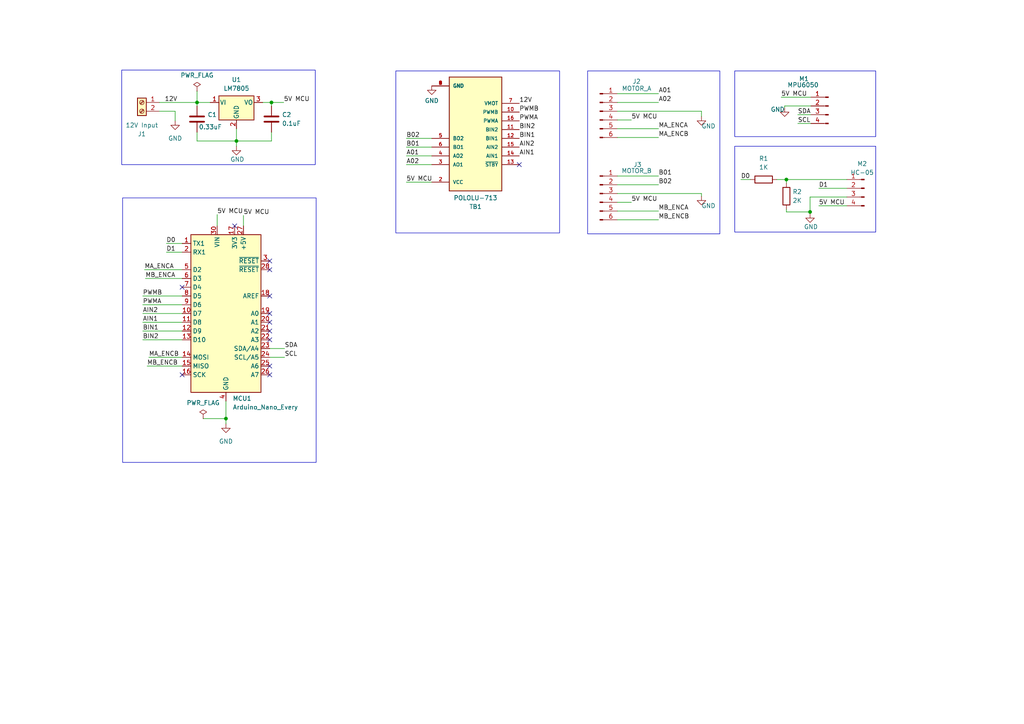
<source format=kicad_sch>
(kicad_sch (version 20230121) (generator eeschema)
  (paper "A4")
  (lib_symbols
    (symbol "Connector:Conn_01x04_Pin" (pin_names (offset 1.016) hide)
      (property "Reference" "J" (at 0 5.08 0))
      (property "Value" "Conn_01x04_Pin" (at 0 -7.62 0))
      (symbol "Conn_01x04_Pin_1_1"
        (polyline (pts (xy 1.27 -5.08) (xy 0.8636 -5.08)) (stroke (width 0.1524)))
        (polyline (pts (xy 1.27 -2.54) (xy 0.8636 -2.54)) (stroke (width 0.1524)))
        (polyline (pts (xy 1.27 0) (xy 0.8636 0)) (stroke (width 0.1524)))
        (polyline (pts (xy 1.27 2.54) (xy 0.8636 2.54)) (stroke (width 0.1524)))
        (rectangle (start 0.8636 -4.953) (end 0 -5.207) (stroke (width 0.1524)) (fill (type outline)))
        (rectangle (start 0.8636 -2.413) (end 0 -2.667) (stroke (width 0.1524)) (fill (type outline)))
        (rectangle (start 0.8636 0.127) (end 0 -0.127) (stroke (width 0.1524)) (fill (type outline)))
        (rectangle (start 0.8636 2.667) (end 0 2.413) (stroke (width 0.1524)) (fill (type outline)))
        (pin passive line (at 5.08 2.54 180) (length 3.81) (name "Pin_1") (number "1"))
        (pin passive line (at 5.08 0 180) (length 3.81) (name "Pin_2") (number "2"))
        (pin passive line (at 5.08 -2.54 180) (length 3.81) (name "Pin_3") (number "3"))
        (pin passive line (at 5.08 -5.08 180) (length 3.81) (name "Pin_4") (number "4"))
      )
    )
    (symbol "Connector:Conn_01x06_Pin" (pin_names (offset 1.016) hide)
      (property "Reference" "J" (at 0 7.62 0))
      (property "Value" "Conn_01x06_Pin" (at 0 -10.16 0))
      (symbol "Conn_01x06_Pin_1_1"
        (polyline (pts (xy 1.27 -7.62) (xy 0.8636 -7.62)) (stroke (width 0.1524)))
        (polyline (pts (xy 1.27 -5.08) (xy 0.8636 -5.08)) (stroke (width 0.1524)))
        (polyline (pts (xy 1.27 -2.54) (xy 0.8636 -2.54)) (stroke (width 0.1524)))
        (polyline (pts (xy 1.27 0) (xy 0.8636 0)) (stroke (width 0.1524)))
        (polyline (pts (xy 1.27 2.54) (xy 0.8636 2.54)) (stroke (width 0.1524)))
        (polyline (pts (xy 1.27 5.08) (xy 0.8636 5.08)) (stroke (width 0.1524)))
        (rectangle (start 0.8636 -7.493) (end 0 -7.747) (stroke (width 0.1524)) (fill (type outline)))
        (rectangle (start 0.8636 -4.953) (end 0 -5.207) (stroke (width 0.1524)) (fill (type outline)))
        (rectangle (start 0.8636 -2.413) (end 0 -2.667) (stroke (width 0.1524)) (fill (type outline)))
        (rectangle (start 0.8636 0.127) (end 0 -0.127) (stroke (width 0.1524)) (fill (type outline)))
        (rectangle (start 0.8636 2.667) (end 0 2.413) (stroke (width 0.1524)) (fill (type outline)))
        (rectangle (start 0.8636 5.207) (end 0 4.953) (stroke (width 0.1524)) (fill (type outline)))
        (pin passive line (at 5.08 5.08 180) (length 3.81) (name "Pin_1") (number "1"))
        (pin passive line (at 5.08 2.54 180) (length 3.81) (name "Pin_2") (number "2"))
        (pin passive line (at 5.08 0 180) (length 3.81) (name "Pin_3") (number "3"))
        (pin passive line (at 5.08 -2.54 180) (length 3.81) (name "Pin_4") (number "4"))
        (pin passive line (at 5.08 -5.08 180) (length 3.81) (name "Pin_5") (number "5"))
        (pin passive line (at 5.08 -7.62 180) (length 3.81) (name "Pin_6") (number "6"))
      )
    )
    (symbol "Connector:Screw_Terminal_01x02" (pin_names (offset 1.016) hide)
      (property "Reference" "J" (at 0 2.54 0))
      (property "Value" "Screw_Terminal_01x02" (at 0 -5.08 0))
      (symbol "Screw_Terminal_01x02_1_1"
        (rectangle (start -1.27 1.27) (end 1.27 -3.81) (stroke (width 0.254)) (fill (type background)))
        (circle (center 0 -2.54) (radius 0.635) (stroke (width 0.1524)))
        (polyline (pts (xy -0.5334 -2.2098) (xy 0.3302 -3.048)) (stroke (width 0.1524)))
        (polyline (pts (xy -0.5334 0.3302) (xy 0.3302 -0.508)) (stroke (width 0.1524)))
        (polyline (pts (xy -0.3556 -2.032) (xy 0.508 -2.8702)) (stroke (width 0.1524)))
        (polyline (pts (xy -0.3556 0.508) (xy 0.508 -0.3302)) (stroke (width 0.1524)))
        (circle (center 0 0) (radius 0.635) (stroke (width 0.1524)))
        (pin passive line (at -5.08 0 0) (length 3.81) (name "Pin_1") (number "1"))
        (pin passive line (at -5.08 -2.54 0) (length 3.81) (name "Pin_2") (number "2"))
      )
    )
    (symbol "Device:C" (pin_numbers hide) (pin_names (offset 0.254))
      (property "Reference" "C" (at 0.635 2.54 0))
      (property "Value" "C" (at 0.635 -2.54 0))
      (symbol "C_0_1"
        (polyline (pts (xy -2.032 -0.762) (xy 2.032 -0.762)) (stroke (width 0.508)))
        (polyline (pts (xy -2.032 0.762) (xy 2.032 0.762)) (stroke (width 0.508)))
      )
      (symbol "C_1_1"
        (pin passive line (at 0 3.81 270) (length 2.794) (name "~") (number "1"))
        (pin passive line (at 0 -3.81 90) (length 2.794) (name "~") (number "2"))
      )
    )
    (symbol "Device:R" (pin_numbers hide) (pin_names (offset 0))
      (property "Reference" "R" (at 2.032 0 90))
      (property "Value" "R" (at 0 0 90))
      (symbol "R_0_1"
        (rectangle (start -1.016 -2.54) (end 1.016 2.54) (stroke (width 0.254)))
      )
      (symbol "R_1_1"
        (pin passive line (at 0 3.81 270) (length 1.27) (name "~") (number "1"))
        (pin passive line (at 0 -3.81 90) (length 1.27) (name "~") (number "2"))
      )
    )
    (symbol "MCU_Module:Arduino_Nano_Every"
      (property "Reference" "A" (at -10.16 23.495 0))
      (property "Value" "Arduino_Nano_Every" (at 5.08 -24.13 0))
      (symbol "Arduino_Nano_Every_0_1"
        (rectangle (start -10.16 22.86) (end 10.16 -22.86) (stroke (width 0.254)) (fill (type background)))
      )
      (symbol "Arduino_Nano_Every_1_1"
        (pin bidirectional line (at -12.7 20.32 0) (length 2.54) (name "TX1") (number "1"))
        (pin bidirectional line (at -12.7 0 0) (length 2.54) (name "D7") (number "10"))
        (pin bidirectional line (at -12.7 -2.54 0) (length 2.54) (name "D8") (number "11"))
        (pin bidirectional line (at -12.7 -5.08 0) (length 2.54) (name "D9") (number "12"))
        (pin bidirectional line (at -12.7 -7.62 0) (length 2.54) (name "D10") (number "13"))
        (pin bidirectional line (at -12.7 -12.7 0) (length 2.54) (name "MOSI") (number "14"))
        (pin bidirectional line (at -12.7 -15.24 0) (length 2.54) (name "MISO") (number "15"))
        (pin bidirectional line (at -12.7 -17.78 0) (length 2.54) (name "SCK") (number "16"))
        (pin power_out line (at 2.54 25.4 270) (length 2.54) (name "3V3") (number "17"))
        (pin input line (at 12.7 5.08 180) (length 2.54) (name "AREF") (number "18"))
        (pin bidirectional line (at 12.7 0 180) (length 2.54) (name "A0") (number "19"))
        (pin bidirectional line (at -12.7 17.78 0) (length 2.54) (name "RX1") (number "2"))
        (pin bidirectional line (at 12.7 -2.54 180) (length 2.54) (name "A1") (number "20"))
        (pin bidirectional line (at 12.7 -5.08 180) (length 2.54) (name "A2") (number "21"))
        (pin bidirectional line (at 12.7 -7.62 180) (length 2.54) (name "A3") (number "22"))
        (pin bidirectional line (at 12.7 -10.16 180) (length 2.54) (name "SDA/A4") (number "23"))
        (pin bidirectional line (at 12.7 -12.7 180) (length 2.54) (name "SCL/A5") (number "24"))
        (pin bidirectional line (at 12.7 -15.24 180) (length 2.54) (name "A6") (number "25"))
        (pin bidirectional line (at 12.7 -17.78 180) (length 2.54) (name "A7") (number "26"))
        (pin power_out line (at 5.08 25.4 270) (length 2.54) (name "+5V") (number "27"))
        (pin input line (at 12.7 12.7 180) (length 2.54) (name "~{RESET}") (number "28"))
        (pin passive line (at 0 -25.4 90) (length 2.54) hide (name "GND") (number "29"))
        (pin input line (at 12.7 15.24 180) (length 2.54) (name "~{RESET}") (number "3"))
        (pin power_in line (at -2.54 25.4 270) (length 2.54) (name "VIN") (number "30"))
        (pin power_in line (at 0 -25.4 90) (length 2.54) (name "GND") (number "4"))
        (pin bidirectional line (at -12.7 12.7 0) (length 2.54) (name "D2") (number "5"))
        (pin bidirectional line (at -12.7 10.16 0) (length 2.54) (name "D3") (number "6"))
        (pin bidirectional line (at -12.7 7.62 0) (length 2.54) (name "D4") (number "7"))
        (pin bidirectional line (at -12.7 5.08 0) (length 2.54) (name "D5") (number "8"))
        (pin bidirectional line (at -12.7 2.54 0) (length 2.54) (name "D6") (number "9"))
      )
    )
    (symbol "POLOLU-713:POLOLU-713" (pin_names (offset 1.016))
      (property "Reference" "TB" (at -7.6288 15.8933 0))
      (property "Value" "POLOLU-713" (at -7.622 -20.3255 0))
      (symbol "POLOLU-713_0_0"
        (rectangle (start -7.62 -17.78) (end 7.62 15.24) (stroke (width 0.254)) (fill (type background)))
        (pin power_in line (at 12.7 -15.24 180) (length 5.08) (name "GND") (number "1"))
        (pin input line (at -12.7 -7.62 0) (length 5.08) (name "PWMB") (number "10"))
        (pin input line (at -12.7 -2.54 0) (length 5.08) (name "BIN2") (number "11"))
        (pin input line (at -12.7 0 0) (length 5.08) (name "BIN1") (number "12"))
        (pin input line (at -12.7 7.62 0) (length 5.08) (name "~{STBY}") (number "13"))
        (pin input line (at -12.7 5.08 0) (length 5.08) (name "AIN1") (number "14"))
        (pin input line (at -12.7 2.54 0) (length 5.08) (name "AIN2") (number "15"))
        (pin input line (at -12.7 -5.08 0) (length 5.08) (name "PWMA") (number "16"))
        (pin power_in line (at 12.7 12.7 180) (length 5.08) (name "VCC") (number "2"))
        (pin output line (at 12.7 7.62 180) (length 5.08) (name "AO1") (number "3"))
        (pin output line (at 12.7 5.08 180) (length 5.08) (name "AO2") (number "4"))
        (pin output line (at 12.7 0 180) (length 5.08) (name "BO2") (number "5"))
        (pin output line (at 12.7 2.54 180) (length 5.08) (name "BO1") (number "6"))
        (pin input line (at -12.7 -10.16 0) (length 5.08) (name "VMOT") (number "7"))
        (pin power_in line (at 12.7 -15.24 180) (length 5.08) (name "GND") (number "8"))
        (pin power_in line (at 12.7 -15.24 180) (length 5.08) (name "GND") (number "9"))
      )
    )
    (symbol "Regulator_Linear:LM7805_TO220" (pin_names (offset 0.254))
      (property "Reference" "U" (at -3.81 3.175 0))
      (property "Value" "LM7805_TO220" (at 0 3.175 0))
      (symbol "LM7805_TO220_0_1"
        (rectangle (start -5.08 1.905) (end 5.08 -5.08) (stroke (width 0.254)) (fill (type background)))
      )
      (symbol "LM7805_TO220_1_1"
        (pin power_in line (at -7.62 0 0) (length 2.54) (name "VI") (number "1"))
        (pin power_in line (at 0 -7.62 90) (length 2.54) (name "GND") (number "2"))
        (pin power_out line (at 7.62 0 180) (length 2.54) (name "VO") (number "3"))
      )
    )
    (symbol "power:GND" (power) (pin_names (offset 0))
      (property "Value" "GND" (at 0 -3.81 0))
      (symbol "GND_0_1"
        (polyline (pts (xy 0 0) (xy 0 -1.27) (xy 1.27 -1.27) (xy 0 -2.54) (xy -1.27 -1.27) (xy 0 -1.27)))
      )
      (symbol "GND_1_1"
        (pin power_in line (at 0 0 270) (length 0) hide (name "GND") (number "1"))
      )
    )
    (symbol "power:PWR_FLAG" (power) (pin_numbers hide) (pin_names (offset 0) hide)
      (property "Value" "PWR_FLAG" (at 0 3.81 0))
      (symbol "PWR_FLAG_0_0"
        (pin power_out line (at 0 0 90) (length 0) (name "pwr") (number "1"))
      )
      (symbol "PWR_FLAG_0_1"
        (polyline (pts (xy 0 0) (xy 0 1.27) (xy -1.016 1.905) (xy 0 2.54) (xy 1.016 1.905) (xy 0 1.27)))
      )
    )
  )
  (junction (at 78.74 29.718))
  (junction (at 234.95 61.468))
  (junction (at 68.58 40.894))
  (junction (at 65.532 121.412))
  (junction (at 57.15 29.718))
  (junction (at 228.092 52.07))
  (no_connect (at 52.832 83.312))
  (no_connect (at 68.072 65.532))
  (no_connect (at 78.232 98.552))
  (no_connect (at 78.232 96.012))
  (no_connect (at 78.232 93.472))
  (no_connect (at 52.832 108.712))
  (no_connect (at 78.232 106.172))
  (no_connect (at 78.232 75.692))
  (no_connect (at 78.232 108.712))
  (no_connect (at 78.232 90.932))
  (no_connect (at 150.622 47.752))
  (no_connect (at 78.232 78.232))
  (no_connect (at 78.232 85.852))
  (wire (pts (xy 57.15 40.894) (xy 57.15 38.354)))
  (wire (pts (xy 42.164 80.772) (xy 52.832 80.772)))
  (wire (pts (xy 42.672 106.172) (xy 52.832 106.172)))
  (wire (pts (xy 179.07 61.214) (xy 191.008 61.214)))
  (wire (pts (xy 179.07 27.178) (xy 191.008 27.178)))
  (wire (pts (xy 43.18 103.632) (xy 52.832 103.632)))
  (wire (pts (xy 57.15 30.734) (xy 57.15 29.718)))
  (wire (pts (xy 231.394 33.274) (xy 235.204 33.274)))
  (wire (pts (xy 179.07 63.754) (xy 191.008 63.754)))
  (wire (pts (xy 117.856 45.212) (xy 125.222 45.212)))
  (wire (pts (xy 227.584 30.734) (xy 235.204 30.734)))
  (wire (pts (xy 179.07 29.718) (xy 191.008 29.718)))
  (wire (pts (xy 179.07 37.338) (xy 191.008 37.338)))
  (wire (pts (xy 46.228 32.258) (xy 50.8 32.258)))
  (wire (pts (xy 179.07 56.134) (xy 203.454 56.134)))
  (wire (pts (xy 70.612 62.484) (xy 70.612 65.532)))
  (wire (pts (xy 231.394 35.814) (xy 235.204 35.814)))
  (wire (pts (xy 117.856 40.132) (xy 125.222 40.132)))
  (wire (pts (xy 41.402 90.932) (xy 52.832 90.932)))
  (wire (pts (xy 62.992 62.23) (xy 62.992 65.532)))
  (wire (pts (xy 50.8 32.258) (xy 50.8 35.052)))
  (wire (pts (xy 234.95 61.976) (xy 234.95 61.468)))
  (wire (pts (xy 226.568 28.194) (xy 235.204 28.194)))
  (wire (pts (xy 46.228 29.718) (xy 57.15 29.718)))
  (wire (pts (xy 68.58 42.418) (xy 68.58 40.894)))
  (wire (pts (xy 78.232 101.092) (xy 82.55 101.092)))
  (wire (pts (xy 41.402 93.472) (xy 52.832 93.472)))
  (wire (pts (xy 57.15 29.718) (xy 60.96 29.718)))
  (wire (pts (xy 78.74 38.354) (xy 78.74 40.894)))
  (wire (pts (xy 179.07 32.258) (xy 203.454 32.258)))
  (wire (pts (xy 78.74 30.734) (xy 78.74 29.718)))
  (wire (pts (xy 57.15 26.416) (xy 57.15 29.718)))
  (wire (pts (xy 203.454 32.258) (xy 203.454 33.782)))
  (wire (pts (xy 228.092 60.706) (xy 228.092 61.468)))
  (wire (pts (xy 179.07 58.674) (xy 183.134 58.674)))
  (wire (pts (xy 228.092 52.07) (xy 245.618 52.07)))
  (wire (pts (xy 117.856 42.672) (xy 125.222 42.672)))
  (wire (pts (xy 227.584 31.242) (xy 227.584 30.734)))
  (wire (pts (xy 41.402 98.552) (xy 52.832 98.552)))
  (wire (pts (xy 237.49 59.69) (xy 245.618 59.69)))
  (wire (pts (xy 237.49 54.61) (xy 245.618 54.61)))
  (wire (pts (xy 179.07 51.054) (xy 191.008 51.054)))
  (wire (pts (xy 203.454 56.134) (xy 203.454 56.896)))
  (wire (pts (xy 65.532 116.332) (xy 65.532 121.412)))
  (wire (pts (xy 78.74 29.718) (xy 76.2 29.718)))
  (wire (pts (xy 41.402 88.392) (xy 52.832 88.392)))
  (wire (pts (xy 228.092 53.086) (xy 228.092 52.07)))
  (wire (pts (xy 234.95 61.468) (xy 234.95 57.15)))
  (wire (pts (xy 68.58 40.894) (xy 78.74 40.894)))
  (wire (pts (xy 41.402 85.852) (xy 52.832 85.852)))
  (wire (pts (xy 117.856 52.832) (xy 125.222 52.832)))
  (wire (pts (xy 78.74 29.718) (xy 82.296 29.718)))
  (wire (pts (xy 214.884 52.07) (xy 217.678 52.07)))
  (wire (pts (xy 41.91 78.232) (xy 52.832 78.232)))
  (wire (pts (xy 78.232 103.632) (xy 82.55 103.632)))
  (wire (pts (xy 41.402 96.012) (xy 52.832 96.012)))
  (wire (pts (xy 65.532 121.412) (xy 65.532 122.936)))
  (wire (pts (xy 234.95 57.15) (xy 245.618 57.15)))
  (wire (pts (xy 48.26 73.152) (xy 52.832 73.152)))
  (wire (pts (xy 48.26 70.612) (xy 52.832 70.612)))
  (wire (pts (xy 179.07 39.878) (xy 191.008 39.878)))
  (wire (pts (xy 179.07 34.798) (xy 183.134 34.798)))
  (wire (pts (xy 228.092 61.468) (xy 234.95 61.468)))
  (wire (pts (xy 117.856 47.752) (xy 125.222 47.752)))
  (wire (pts (xy 179.07 53.594) (xy 191.008 53.594)))
  (wire (pts (xy 58.928 121.412) (xy 65.532 121.412)))
  (wire (pts (xy 225.298 52.07) (xy 228.092 52.07)))
  (wire (pts (xy 68.58 40.894) (xy 68.58 37.338)))
  (wire (pts (xy 68.58 40.894) (xy 57.15 40.894)))
  (rectangle (start 170.434 20.574) (end 208.788 67.818))
  (rectangle (start 213.106 20.574) (end 254 39.624))
  (rectangle (start 114.808 20.574) (end 162.306 67.564))
  (rectangle (start 35.306 20.32) (end 91.44 47.752))
  (rectangle (start 213.106 42.418) (end 254 67.31))
  (rectangle (start 35.56 57.404) (end 91.694 134.112))
  (label "SDA" (at 231.394 33.274 0))
  (label "PWMA" (at 150.622 35.052 0))
  (label "AIN2" (at 41.402 90.932 0))
  (label "MA_ENCA" (at 41.91 78.232 0))
  (label "5V MCU" (at 70.612 62.484 0))
  (label "5V MCU" (at 62.992 62.23 0))
  (label "B02" (at 191.008 53.594 0))
  (label "A02" (at 191.008 29.718 0))
  (label "5V MCU" (at 117.856 52.832 0))
  (label "AIN1" (at 150.622 45.212 0))
  (label "MB_ENCB" (at 191.008 63.754 0))
  (label "5V MCU" (at 82.296 29.718 0))
  (label "5V MCU" (at 226.568 28.194 0))
  (label "MB_ENCA" (at 191.008 61.214 0))
  (label "5V MCU" (at 237.49 59.69 0))
  (label "D1" (at 48.26 73.152 0))
  (label "AIN1" (at 41.402 93.472 0))
  (label "B01" (at 117.856 42.672 0))
  (label "BIN1" (at 150.622 40.132 0))
  (label "D0" (at 48.26 70.612 0))
  (label "MA_ENCB" (at 191.008 39.878 0))
  (label "12V" (at 150.622 29.972 0))
  (label "B01" (at 191.008 51.054 0))
  (label "AIN2" (at 150.622 42.672 0))
  (label "BIN2" (at 150.622 37.592 0))
  (label "BIN2" (at 41.402 98.552 0))
  (label "MB_ENCB" (at 42.672 106.172 0))
  (label "MA_ENCA" (at 191.008 37.338 0))
  (label "5V MCU" (at 183.134 58.674 0))
  (label "D0" (at 214.884 52.07 0))
  (label "PWMB" (at 150.622 32.512 0))
  (label "A02" (at 117.856 47.752 0))
  (label "A01" (at 117.856 45.212 0))
  (label "PWMA" (at 41.402 88.392 0))
  (label "D1" (at 237.49 54.61 0))
  (label "SCL" (at 231.394 35.814 0))
  (label "5V MCU" (at 183.134 34.798 0))
  (label "MB_ENCA" (at 42.164 80.772 0))
  (label "A01" (at 191.008 27.178 0))
  (label "PWMB" (at 41.402 85.852 0))
  (label "MA_ENCB" (at 43.18 103.632 0))
  (label "SCL" (at 82.55 103.632 0))
  (label "BIN1" (at 41.402 96.012 0))
  (label "12V" (at 47.752 29.718 0))
  (label "B02" (at 117.856 40.132 0))
  (label "SDA" (at 82.55 101.092 0))
  (symbol (lib_id "Device:R") (at 228.092 56.896 0) (unit 1)
    (property "Reference" "R2" (at 229.87 55.626 0) (effects (justify left)))
    (property "Value" "2K" (at 229.87 58.166 0) (effects (justify left)))
    (property "Footprint" "Resistor_THT:R_Axial_DIN0207_L6.3mm_D2.5mm_P7.62mm_Horizontal" (effects hide))
  )
  (symbol (lib_id "Device:C") (at 78.74 34.544 0) (unit 1)
    (property "Reference" "C2" (at 81.788 33.274 0) (effects (justify left)))
    (property "Value" "0.1uF" (at 81.788 35.814 0) (effects (justify left)))
    (property "Footprint" "Capacitor_THT:C_Disc_D7.5mm_W5.0mm_P5.00mm" (effects hide))
  )
  (symbol (lib_id "power:GND") (at 203.454 33.782 0) (mirror y) (unit 1)
    (property "Reference" "#PWR05" (effects hide))
    (property "Value" "GND" (at 203.454 36.576 0) (effects (justify right)))
  )
  (symbol (lib_id "Device:R") (at 221.488 52.07 90) (unit 1)
    (property "Reference" "R1" (at 221.488 45.974 90))
    (property "Value" "1K" (at 221.488 48.514 90))
    (property "Footprint" "Resistor_THT:R_Axial_DIN0207_L6.3mm_D2.5mm_P7.62mm_Horizontal" (effects hide))
  )
  (symbol (lib_id "power:GND") (at 65.532 122.936 0) (unit 1)
    (property "Reference" "#PWR02" (effects hide))
    (property "Value" "GND" (at 65.532 128.016 0))
  )
  (symbol (lib_id "power:GND") (at 234.95 61.976 0) (unit 1)
    (property "Reference" "#PWR08" (effects hide))
    (property "Value" "GND" (at 235.204 65.786 0))
  )
  (symbol (lib_id "POLOLU-713:POLOLU-713") (at 137.922 40.132 180) (unit 1)
    (property "Reference" "TB1" (at 137.922 59.944 0))
    (property "Value" "POLOLU-713" (at 137.922 57.404 0))
    (property "Footprint" "POLOLU-713:SHIELD_POLOLU-713" (effects hide))
    (property "MF" "Pololu" (effects hide))
    (property "Description" "\nDC-motor driver; IC: TB6612FNG; 100kHz; 1A; Uin mot: 4.5\n" (effects hide))
    (property "Package" "None" (effects hide))
    (property "Price" "None" (effects hide))
    (property "Check_prices" "https://www.snapeda.com/parts/POLOLU-713/Pololu/view-part/?ref=eda" (effects hide))
    (property "STANDARD" "Manufacturer recommendations" (effects hide))
    (property "SnapEDA_Link" "https://www.snapeda.com/parts/POLOLU-713/Pololu/view-part/?ref=snap" (effects hide))
    (property "MP" "POLOLU-713" (effects hide))
    (property "Availability" "Not in stock" (effects hide))
    (property "MANUFACTURER" "POLOLU" (effects hide))
  )
  (symbol (lib_id "Connector:Conn_01x06_Pin") (at 173.99 32.258 0) (unit 1)
    (property "Reference" "J2" (at 184.658 23.622 0))
    (property "Value" "MOTOR_A" (at 184.658 25.654 0))
    (property "Footprint" "Connector_PinHeader_2.54mm:PinHeader_1x06_P2.54mm_Vertical" (effects hide))
  )
  (symbol (lib_id "power:GND") (at 227.584 31.242 0) (unit 1)
    (property "Reference" "#PWR07" (effects hide))
    (property "Value" "GND" (at 225.552 31.75 0))
  )
  (symbol (lib_id "Connector:Conn_01x06_Pin") (at 173.99 56.134 0) (unit 1)
    (property "Reference" "J3" (at 184.912 47.752 0))
    (property "Value" "MOTOR_B" (at 184.658 49.53 0))
    (property "Footprint" "Connector_PinHeader_2.54mm:PinHeader_1x06_P2.54mm_Vertical" (effects hide))
  )
  (symbol (lib_id "power:GND") (at 68.58 42.418 0) (unit 1)
    (property "Reference" "#PWR03" (effects hide))
    (property "Value" "GND" (at 68.834 46.228 0))
  )
  (symbol (lib_id "power:PWR_FLAG") (at 57.15 26.416 0) (unit 1)
    (property "Reference" "#FLG01" (effects hide))
    (property "Value" "PWR_FLAG" (at 57.15 21.844 0))
  )
  (symbol (lib_id "Regulator_Linear:LM7805_TO220") (at 68.58 29.718 0) (unit 1)
    (property "Reference" "U1" (at 68.58 23.114 0))
    (property "Value" "LM7805" (at 68.58 25.654 0))
    (property "Footprint" "Package_TO_SOT_THT:TO-220-3_Vertical" (effects hide))
    (property "Datasheet" "https://www.onsemi.cn/PowerSolutions/document/MC7800-D.PDF" (effects hide))
  )
  (symbol (lib_id "Connector:Conn_01x04_Pin") (at 240.284 30.734 0) (mirror y) (unit 1)
    (property "Reference" "M1" (at 233.172 22.86 0))
    (property "Value" "MPU6050" (at 232.918 24.638 0))
    (property "Footprint" "Connector_PinHeader_2.54mm:PinHeader_1x04_P2.54mm_Vertical" (effects hide))
  )
  (symbol (lib_id "power:GND") (at 203.454 56.896 0) (mirror y) (unit 1)
    (property "Reference" "#PWR06" (effects hide))
    (property "Value" "GND" (at 203.454 59.69 0) (effects (justify right)))
  )
  (symbol (lib_id "power:PWR_FLAG") (at 58.928 121.412 0) (unit 1)
    (property "Reference" "#FLG02" (effects hide))
    (property "Value" "PWR_FLAG" (at 58.928 116.84 0))
  )
  (symbol (lib_id "Device:C") (at 57.15 34.544 0) (unit 1)
    (property "Reference" "C1" (at 60.198 33.274 0) (effects (justify left)))
    (property "Value" "0.33uF" (at 57.658 36.83 0) (effects (justify left)))
    (property "Footprint" "Capacitor_THT:C_Disc_D7.5mm_W5.0mm_P5.00mm" (effects hide))
  )
  (symbol (lib_id "power:GND") (at 125.222 24.892 0) (mirror y) (unit 1)
    (property "Reference" "#PWR04" (effects hide))
    (property "Value" "GND" (at 125.222 29.21 0))
  )
  (symbol (lib_id "Connector:Screw_Terminal_01x02") (at 41.148 29.718 0) (mirror y) (unit 1)
    (property "Reference" "J1" (at 41.148 38.862 0))
    (property "Value" "12V Input" (at 41.148 36.322 0))
    (property "Footprint" "TerminalBlock_RND:TerminalBlock_RND_205-00001_1x02_P5.00mm_Horizontal" (effects hide))
  )
  (symbol (lib_id "power:GND") (at 50.8 35.052 0) (unit 1)
    (property "Reference" "#PWR01" (effects hide))
    (property "Value" "GND" (at 50.8 40.132 0))
  )
  (symbol (lib_id "MCU_Module:Arduino_Nano_Every") (at 65.532 90.932 0) (unit 1)
    (property "Reference" "MCU1" (at 67.4879 115.57 0) (effects (justify left)))
    (property "Value" "Arduino_Nano_Every" (at 67.4879 118.11 0) (effects (justify left)))
    (property "Footprint" "Module:Arduino_Nano" (effects hide))
    (property "Datasheet" "https://content.arduino.cc/assets/NANOEveryV3.0_sch.pdf" (effects hide))
  )
  (symbol (lib_id "Connector:Conn_01x04_Pin") (at 250.698 54.61 0) (mirror y) (unit 1)
    (property "Reference" "M2" (at 250.063 47.498 0))
    (property "Value" "HC-05" (at 250.063 50.038 0))
    (property "Footprint" "Connector_PinHeader_2.54mm:PinHeader_1x04_P2.54mm_Vertical" (effects hide))
  )
)
</source>
